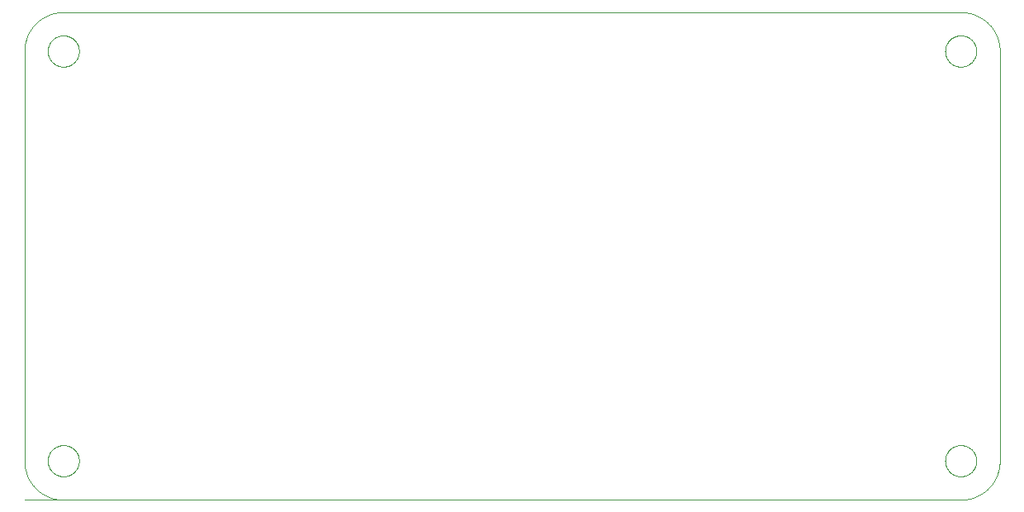
<source format=gko>
G75*
%MOIN*%
%OFA0B0*%
%FSLAX25Y25*%
%IPPOS*%
%LPD*%
%AMOC8*
5,1,8,0,0,1.08239X$1,22.5*
%
%ADD10C,0.00000*%
D10*
X0050244Y0034156D02*
X0300244Y0034156D01*
X0428197Y0034156D02*
X0065992Y0034156D01*
X0059693Y0049904D02*
X0059695Y0050062D01*
X0059701Y0050220D01*
X0059711Y0050378D01*
X0059725Y0050536D01*
X0059743Y0050693D01*
X0059764Y0050850D01*
X0059790Y0051006D01*
X0059820Y0051162D01*
X0059853Y0051317D01*
X0059891Y0051470D01*
X0059932Y0051623D01*
X0059977Y0051775D01*
X0060026Y0051926D01*
X0060079Y0052075D01*
X0060135Y0052223D01*
X0060195Y0052369D01*
X0060259Y0052514D01*
X0060327Y0052657D01*
X0060398Y0052799D01*
X0060472Y0052939D01*
X0060550Y0053076D01*
X0060632Y0053212D01*
X0060716Y0053346D01*
X0060805Y0053477D01*
X0060896Y0053606D01*
X0060991Y0053733D01*
X0061088Y0053858D01*
X0061189Y0053980D01*
X0061293Y0054099D01*
X0061400Y0054216D01*
X0061510Y0054330D01*
X0061623Y0054441D01*
X0061738Y0054550D01*
X0061856Y0054655D01*
X0061977Y0054757D01*
X0062100Y0054857D01*
X0062226Y0054953D01*
X0062354Y0055046D01*
X0062484Y0055136D01*
X0062617Y0055222D01*
X0062752Y0055306D01*
X0062888Y0055385D01*
X0063027Y0055462D01*
X0063168Y0055534D01*
X0063310Y0055604D01*
X0063454Y0055669D01*
X0063600Y0055731D01*
X0063747Y0055789D01*
X0063896Y0055844D01*
X0064046Y0055895D01*
X0064197Y0055942D01*
X0064349Y0055985D01*
X0064502Y0056024D01*
X0064657Y0056060D01*
X0064812Y0056091D01*
X0064968Y0056119D01*
X0065124Y0056143D01*
X0065281Y0056163D01*
X0065439Y0056179D01*
X0065596Y0056191D01*
X0065755Y0056199D01*
X0065913Y0056203D01*
X0066071Y0056203D01*
X0066229Y0056199D01*
X0066388Y0056191D01*
X0066545Y0056179D01*
X0066703Y0056163D01*
X0066860Y0056143D01*
X0067016Y0056119D01*
X0067172Y0056091D01*
X0067327Y0056060D01*
X0067482Y0056024D01*
X0067635Y0055985D01*
X0067787Y0055942D01*
X0067938Y0055895D01*
X0068088Y0055844D01*
X0068237Y0055789D01*
X0068384Y0055731D01*
X0068530Y0055669D01*
X0068674Y0055604D01*
X0068816Y0055534D01*
X0068957Y0055462D01*
X0069096Y0055385D01*
X0069232Y0055306D01*
X0069367Y0055222D01*
X0069500Y0055136D01*
X0069630Y0055046D01*
X0069758Y0054953D01*
X0069884Y0054857D01*
X0070007Y0054757D01*
X0070128Y0054655D01*
X0070246Y0054550D01*
X0070361Y0054441D01*
X0070474Y0054330D01*
X0070584Y0054216D01*
X0070691Y0054099D01*
X0070795Y0053980D01*
X0070896Y0053858D01*
X0070993Y0053733D01*
X0071088Y0053606D01*
X0071179Y0053477D01*
X0071268Y0053346D01*
X0071352Y0053212D01*
X0071434Y0053076D01*
X0071512Y0052939D01*
X0071586Y0052799D01*
X0071657Y0052657D01*
X0071725Y0052514D01*
X0071789Y0052369D01*
X0071849Y0052223D01*
X0071905Y0052075D01*
X0071958Y0051926D01*
X0072007Y0051775D01*
X0072052Y0051623D01*
X0072093Y0051470D01*
X0072131Y0051317D01*
X0072164Y0051162D01*
X0072194Y0051006D01*
X0072220Y0050850D01*
X0072241Y0050693D01*
X0072259Y0050536D01*
X0072273Y0050378D01*
X0072283Y0050220D01*
X0072289Y0050062D01*
X0072291Y0049904D01*
X0072289Y0049746D01*
X0072283Y0049588D01*
X0072273Y0049430D01*
X0072259Y0049272D01*
X0072241Y0049115D01*
X0072220Y0048958D01*
X0072194Y0048802D01*
X0072164Y0048646D01*
X0072131Y0048491D01*
X0072093Y0048338D01*
X0072052Y0048185D01*
X0072007Y0048033D01*
X0071958Y0047882D01*
X0071905Y0047733D01*
X0071849Y0047585D01*
X0071789Y0047439D01*
X0071725Y0047294D01*
X0071657Y0047151D01*
X0071586Y0047009D01*
X0071512Y0046869D01*
X0071434Y0046732D01*
X0071352Y0046596D01*
X0071268Y0046462D01*
X0071179Y0046331D01*
X0071088Y0046202D01*
X0070993Y0046075D01*
X0070896Y0045950D01*
X0070795Y0045828D01*
X0070691Y0045709D01*
X0070584Y0045592D01*
X0070474Y0045478D01*
X0070361Y0045367D01*
X0070246Y0045258D01*
X0070128Y0045153D01*
X0070007Y0045051D01*
X0069884Y0044951D01*
X0069758Y0044855D01*
X0069630Y0044762D01*
X0069500Y0044672D01*
X0069367Y0044586D01*
X0069232Y0044502D01*
X0069096Y0044423D01*
X0068957Y0044346D01*
X0068816Y0044274D01*
X0068674Y0044204D01*
X0068530Y0044139D01*
X0068384Y0044077D01*
X0068237Y0044019D01*
X0068088Y0043964D01*
X0067938Y0043913D01*
X0067787Y0043866D01*
X0067635Y0043823D01*
X0067482Y0043784D01*
X0067327Y0043748D01*
X0067172Y0043717D01*
X0067016Y0043689D01*
X0066860Y0043665D01*
X0066703Y0043645D01*
X0066545Y0043629D01*
X0066388Y0043617D01*
X0066229Y0043609D01*
X0066071Y0043605D01*
X0065913Y0043605D01*
X0065755Y0043609D01*
X0065596Y0043617D01*
X0065439Y0043629D01*
X0065281Y0043645D01*
X0065124Y0043665D01*
X0064968Y0043689D01*
X0064812Y0043717D01*
X0064657Y0043748D01*
X0064502Y0043784D01*
X0064349Y0043823D01*
X0064197Y0043866D01*
X0064046Y0043913D01*
X0063896Y0043964D01*
X0063747Y0044019D01*
X0063600Y0044077D01*
X0063454Y0044139D01*
X0063310Y0044204D01*
X0063168Y0044274D01*
X0063027Y0044346D01*
X0062888Y0044423D01*
X0062752Y0044502D01*
X0062617Y0044586D01*
X0062484Y0044672D01*
X0062354Y0044762D01*
X0062226Y0044855D01*
X0062100Y0044951D01*
X0061977Y0045051D01*
X0061856Y0045153D01*
X0061738Y0045258D01*
X0061623Y0045367D01*
X0061510Y0045478D01*
X0061400Y0045592D01*
X0061293Y0045709D01*
X0061189Y0045828D01*
X0061088Y0045950D01*
X0060991Y0046075D01*
X0060896Y0046202D01*
X0060805Y0046331D01*
X0060716Y0046462D01*
X0060632Y0046596D01*
X0060550Y0046732D01*
X0060472Y0046869D01*
X0060398Y0047009D01*
X0060327Y0047151D01*
X0060259Y0047294D01*
X0060195Y0047439D01*
X0060135Y0047585D01*
X0060079Y0047733D01*
X0060026Y0047882D01*
X0059977Y0048033D01*
X0059932Y0048185D01*
X0059891Y0048338D01*
X0059853Y0048491D01*
X0059820Y0048646D01*
X0059790Y0048802D01*
X0059764Y0048958D01*
X0059743Y0049115D01*
X0059725Y0049272D01*
X0059711Y0049430D01*
X0059701Y0049588D01*
X0059695Y0049746D01*
X0059693Y0049904D01*
X0050244Y0049904D02*
X0050249Y0049523D01*
X0050262Y0049143D01*
X0050285Y0048763D01*
X0050318Y0048384D01*
X0050359Y0048006D01*
X0050409Y0047629D01*
X0050469Y0047253D01*
X0050537Y0046878D01*
X0050615Y0046506D01*
X0050702Y0046135D01*
X0050797Y0045767D01*
X0050902Y0045401D01*
X0051015Y0045038D01*
X0051137Y0044677D01*
X0051267Y0044320D01*
X0051407Y0043966D01*
X0051554Y0043615D01*
X0051711Y0043268D01*
X0051875Y0042925D01*
X0052048Y0042586D01*
X0052229Y0042251D01*
X0052418Y0041920D01*
X0052615Y0041595D01*
X0052819Y0041274D01*
X0053032Y0040958D01*
X0053252Y0040648D01*
X0053479Y0040342D01*
X0053714Y0040043D01*
X0053956Y0039749D01*
X0054204Y0039461D01*
X0054460Y0039179D01*
X0054723Y0038904D01*
X0054992Y0038635D01*
X0055267Y0038372D01*
X0055549Y0038116D01*
X0055837Y0037868D01*
X0056131Y0037626D01*
X0056430Y0037391D01*
X0056736Y0037164D01*
X0057046Y0036944D01*
X0057362Y0036731D01*
X0057683Y0036527D01*
X0058008Y0036330D01*
X0058339Y0036141D01*
X0058674Y0035960D01*
X0059013Y0035787D01*
X0059356Y0035623D01*
X0059703Y0035466D01*
X0060054Y0035319D01*
X0060408Y0035179D01*
X0060765Y0035049D01*
X0061126Y0034927D01*
X0061489Y0034814D01*
X0061855Y0034709D01*
X0062223Y0034614D01*
X0062594Y0034527D01*
X0062966Y0034449D01*
X0063341Y0034381D01*
X0063717Y0034321D01*
X0064094Y0034271D01*
X0064472Y0034230D01*
X0064851Y0034197D01*
X0065231Y0034174D01*
X0065611Y0034161D01*
X0065992Y0034156D01*
X0050244Y0049904D02*
X0050244Y0215259D01*
X0059693Y0215259D02*
X0059695Y0215417D01*
X0059701Y0215575D01*
X0059711Y0215733D01*
X0059725Y0215891D01*
X0059743Y0216048D01*
X0059764Y0216205D01*
X0059790Y0216361D01*
X0059820Y0216517D01*
X0059853Y0216672D01*
X0059891Y0216825D01*
X0059932Y0216978D01*
X0059977Y0217130D01*
X0060026Y0217281D01*
X0060079Y0217430D01*
X0060135Y0217578D01*
X0060195Y0217724D01*
X0060259Y0217869D01*
X0060327Y0218012D01*
X0060398Y0218154D01*
X0060472Y0218294D01*
X0060550Y0218431D01*
X0060632Y0218567D01*
X0060716Y0218701D01*
X0060805Y0218832D01*
X0060896Y0218961D01*
X0060991Y0219088D01*
X0061088Y0219213D01*
X0061189Y0219335D01*
X0061293Y0219454D01*
X0061400Y0219571D01*
X0061510Y0219685D01*
X0061623Y0219796D01*
X0061738Y0219905D01*
X0061856Y0220010D01*
X0061977Y0220112D01*
X0062100Y0220212D01*
X0062226Y0220308D01*
X0062354Y0220401D01*
X0062484Y0220491D01*
X0062617Y0220577D01*
X0062752Y0220661D01*
X0062888Y0220740D01*
X0063027Y0220817D01*
X0063168Y0220889D01*
X0063310Y0220959D01*
X0063454Y0221024D01*
X0063600Y0221086D01*
X0063747Y0221144D01*
X0063896Y0221199D01*
X0064046Y0221250D01*
X0064197Y0221297D01*
X0064349Y0221340D01*
X0064502Y0221379D01*
X0064657Y0221415D01*
X0064812Y0221446D01*
X0064968Y0221474D01*
X0065124Y0221498D01*
X0065281Y0221518D01*
X0065439Y0221534D01*
X0065596Y0221546D01*
X0065755Y0221554D01*
X0065913Y0221558D01*
X0066071Y0221558D01*
X0066229Y0221554D01*
X0066388Y0221546D01*
X0066545Y0221534D01*
X0066703Y0221518D01*
X0066860Y0221498D01*
X0067016Y0221474D01*
X0067172Y0221446D01*
X0067327Y0221415D01*
X0067482Y0221379D01*
X0067635Y0221340D01*
X0067787Y0221297D01*
X0067938Y0221250D01*
X0068088Y0221199D01*
X0068237Y0221144D01*
X0068384Y0221086D01*
X0068530Y0221024D01*
X0068674Y0220959D01*
X0068816Y0220889D01*
X0068957Y0220817D01*
X0069096Y0220740D01*
X0069232Y0220661D01*
X0069367Y0220577D01*
X0069500Y0220491D01*
X0069630Y0220401D01*
X0069758Y0220308D01*
X0069884Y0220212D01*
X0070007Y0220112D01*
X0070128Y0220010D01*
X0070246Y0219905D01*
X0070361Y0219796D01*
X0070474Y0219685D01*
X0070584Y0219571D01*
X0070691Y0219454D01*
X0070795Y0219335D01*
X0070896Y0219213D01*
X0070993Y0219088D01*
X0071088Y0218961D01*
X0071179Y0218832D01*
X0071268Y0218701D01*
X0071352Y0218567D01*
X0071434Y0218431D01*
X0071512Y0218294D01*
X0071586Y0218154D01*
X0071657Y0218012D01*
X0071725Y0217869D01*
X0071789Y0217724D01*
X0071849Y0217578D01*
X0071905Y0217430D01*
X0071958Y0217281D01*
X0072007Y0217130D01*
X0072052Y0216978D01*
X0072093Y0216825D01*
X0072131Y0216672D01*
X0072164Y0216517D01*
X0072194Y0216361D01*
X0072220Y0216205D01*
X0072241Y0216048D01*
X0072259Y0215891D01*
X0072273Y0215733D01*
X0072283Y0215575D01*
X0072289Y0215417D01*
X0072291Y0215259D01*
X0072289Y0215101D01*
X0072283Y0214943D01*
X0072273Y0214785D01*
X0072259Y0214627D01*
X0072241Y0214470D01*
X0072220Y0214313D01*
X0072194Y0214157D01*
X0072164Y0214001D01*
X0072131Y0213846D01*
X0072093Y0213693D01*
X0072052Y0213540D01*
X0072007Y0213388D01*
X0071958Y0213237D01*
X0071905Y0213088D01*
X0071849Y0212940D01*
X0071789Y0212794D01*
X0071725Y0212649D01*
X0071657Y0212506D01*
X0071586Y0212364D01*
X0071512Y0212224D01*
X0071434Y0212087D01*
X0071352Y0211951D01*
X0071268Y0211817D01*
X0071179Y0211686D01*
X0071088Y0211557D01*
X0070993Y0211430D01*
X0070896Y0211305D01*
X0070795Y0211183D01*
X0070691Y0211064D01*
X0070584Y0210947D01*
X0070474Y0210833D01*
X0070361Y0210722D01*
X0070246Y0210613D01*
X0070128Y0210508D01*
X0070007Y0210406D01*
X0069884Y0210306D01*
X0069758Y0210210D01*
X0069630Y0210117D01*
X0069500Y0210027D01*
X0069367Y0209941D01*
X0069232Y0209857D01*
X0069096Y0209778D01*
X0068957Y0209701D01*
X0068816Y0209629D01*
X0068674Y0209559D01*
X0068530Y0209494D01*
X0068384Y0209432D01*
X0068237Y0209374D01*
X0068088Y0209319D01*
X0067938Y0209268D01*
X0067787Y0209221D01*
X0067635Y0209178D01*
X0067482Y0209139D01*
X0067327Y0209103D01*
X0067172Y0209072D01*
X0067016Y0209044D01*
X0066860Y0209020D01*
X0066703Y0209000D01*
X0066545Y0208984D01*
X0066388Y0208972D01*
X0066229Y0208964D01*
X0066071Y0208960D01*
X0065913Y0208960D01*
X0065755Y0208964D01*
X0065596Y0208972D01*
X0065439Y0208984D01*
X0065281Y0209000D01*
X0065124Y0209020D01*
X0064968Y0209044D01*
X0064812Y0209072D01*
X0064657Y0209103D01*
X0064502Y0209139D01*
X0064349Y0209178D01*
X0064197Y0209221D01*
X0064046Y0209268D01*
X0063896Y0209319D01*
X0063747Y0209374D01*
X0063600Y0209432D01*
X0063454Y0209494D01*
X0063310Y0209559D01*
X0063168Y0209629D01*
X0063027Y0209701D01*
X0062888Y0209778D01*
X0062752Y0209857D01*
X0062617Y0209941D01*
X0062484Y0210027D01*
X0062354Y0210117D01*
X0062226Y0210210D01*
X0062100Y0210306D01*
X0061977Y0210406D01*
X0061856Y0210508D01*
X0061738Y0210613D01*
X0061623Y0210722D01*
X0061510Y0210833D01*
X0061400Y0210947D01*
X0061293Y0211064D01*
X0061189Y0211183D01*
X0061088Y0211305D01*
X0060991Y0211430D01*
X0060896Y0211557D01*
X0060805Y0211686D01*
X0060716Y0211817D01*
X0060632Y0211951D01*
X0060550Y0212087D01*
X0060472Y0212224D01*
X0060398Y0212364D01*
X0060327Y0212506D01*
X0060259Y0212649D01*
X0060195Y0212794D01*
X0060135Y0212940D01*
X0060079Y0213088D01*
X0060026Y0213237D01*
X0059977Y0213388D01*
X0059932Y0213540D01*
X0059891Y0213693D01*
X0059853Y0213846D01*
X0059820Y0214001D01*
X0059790Y0214157D01*
X0059764Y0214313D01*
X0059743Y0214470D01*
X0059725Y0214627D01*
X0059711Y0214785D01*
X0059701Y0214943D01*
X0059695Y0215101D01*
X0059693Y0215259D01*
X0050244Y0215259D02*
X0050249Y0215640D01*
X0050262Y0216020D01*
X0050285Y0216400D01*
X0050318Y0216779D01*
X0050359Y0217157D01*
X0050409Y0217534D01*
X0050469Y0217910D01*
X0050537Y0218285D01*
X0050615Y0218657D01*
X0050702Y0219028D01*
X0050797Y0219396D01*
X0050902Y0219762D01*
X0051015Y0220125D01*
X0051137Y0220486D01*
X0051267Y0220843D01*
X0051407Y0221197D01*
X0051554Y0221548D01*
X0051711Y0221895D01*
X0051875Y0222238D01*
X0052048Y0222577D01*
X0052229Y0222912D01*
X0052418Y0223243D01*
X0052615Y0223568D01*
X0052819Y0223889D01*
X0053032Y0224205D01*
X0053252Y0224515D01*
X0053479Y0224821D01*
X0053714Y0225120D01*
X0053956Y0225414D01*
X0054204Y0225702D01*
X0054460Y0225984D01*
X0054723Y0226259D01*
X0054992Y0226528D01*
X0055267Y0226791D01*
X0055549Y0227047D01*
X0055837Y0227295D01*
X0056131Y0227537D01*
X0056430Y0227772D01*
X0056736Y0227999D01*
X0057046Y0228219D01*
X0057362Y0228432D01*
X0057683Y0228636D01*
X0058008Y0228833D01*
X0058339Y0229022D01*
X0058674Y0229203D01*
X0059013Y0229376D01*
X0059356Y0229540D01*
X0059703Y0229697D01*
X0060054Y0229844D01*
X0060408Y0229984D01*
X0060765Y0230114D01*
X0061126Y0230236D01*
X0061489Y0230349D01*
X0061855Y0230454D01*
X0062223Y0230549D01*
X0062594Y0230636D01*
X0062966Y0230714D01*
X0063341Y0230782D01*
X0063717Y0230842D01*
X0064094Y0230892D01*
X0064472Y0230933D01*
X0064851Y0230966D01*
X0065231Y0230989D01*
X0065611Y0231002D01*
X0065992Y0231007D01*
X0428197Y0231007D01*
X0421898Y0215259D02*
X0421900Y0215417D01*
X0421906Y0215575D01*
X0421916Y0215733D01*
X0421930Y0215891D01*
X0421948Y0216048D01*
X0421969Y0216205D01*
X0421995Y0216361D01*
X0422025Y0216517D01*
X0422058Y0216672D01*
X0422096Y0216825D01*
X0422137Y0216978D01*
X0422182Y0217130D01*
X0422231Y0217281D01*
X0422284Y0217430D01*
X0422340Y0217578D01*
X0422400Y0217724D01*
X0422464Y0217869D01*
X0422532Y0218012D01*
X0422603Y0218154D01*
X0422677Y0218294D01*
X0422755Y0218431D01*
X0422837Y0218567D01*
X0422921Y0218701D01*
X0423010Y0218832D01*
X0423101Y0218961D01*
X0423196Y0219088D01*
X0423293Y0219213D01*
X0423394Y0219335D01*
X0423498Y0219454D01*
X0423605Y0219571D01*
X0423715Y0219685D01*
X0423828Y0219796D01*
X0423943Y0219905D01*
X0424061Y0220010D01*
X0424182Y0220112D01*
X0424305Y0220212D01*
X0424431Y0220308D01*
X0424559Y0220401D01*
X0424689Y0220491D01*
X0424822Y0220577D01*
X0424957Y0220661D01*
X0425093Y0220740D01*
X0425232Y0220817D01*
X0425373Y0220889D01*
X0425515Y0220959D01*
X0425659Y0221024D01*
X0425805Y0221086D01*
X0425952Y0221144D01*
X0426101Y0221199D01*
X0426251Y0221250D01*
X0426402Y0221297D01*
X0426554Y0221340D01*
X0426707Y0221379D01*
X0426862Y0221415D01*
X0427017Y0221446D01*
X0427173Y0221474D01*
X0427329Y0221498D01*
X0427486Y0221518D01*
X0427644Y0221534D01*
X0427801Y0221546D01*
X0427960Y0221554D01*
X0428118Y0221558D01*
X0428276Y0221558D01*
X0428434Y0221554D01*
X0428593Y0221546D01*
X0428750Y0221534D01*
X0428908Y0221518D01*
X0429065Y0221498D01*
X0429221Y0221474D01*
X0429377Y0221446D01*
X0429532Y0221415D01*
X0429687Y0221379D01*
X0429840Y0221340D01*
X0429992Y0221297D01*
X0430143Y0221250D01*
X0430293Y0221199D01*
X0430442Y0221144D01*
X0430589Y0221086D01*
X0430735Y0221024D01*
X0430879Y0220959D01*
X0431021Y0220889D01*
X0431162Y0220817D01*
X0431301Y0220740D01*
X0431437Y0220661D01*
X0431572Y0220577D01*
X0431705Y0220491D01*
X0431835Y0220401D01*
X0431963Y0220308D01*
X0432089Y0220212D01*
X0432212Y0220112D01*
X0432333Y0220010D01*
X0432451Y0219905D01*
X0432566Y0219796D01*
X0432679Y0219685D01*
X0432789Y0219571D01*
X0432896Y0219454D01*
X0433000Y0219335D01*
X0433101Y0219213D01*
X0433198Y0219088D01*
X0433293Y0218961D01*
X0433384Y0218832D01*
X0433473Y0218701D01*
X0433557Y0218567D01*
X0433639Y0218431D01*
X0433717Y0218294D01*
X0433791Y0218154D01*
X0433862Y0218012D01*
X0433930Y0217869D01*
X0433994Y0217724D01*
X0434054Y0217578D01*
X0434110Y0217430D01*
X0434163Y0217281D01*
X0434212Y0217130D01*
X0434257Y0216978D01*
X0434298Y0216825D01*
X0434336Y0216672D01*
X0434369Y0216517D01*
X0434399Y0216361D01*
X0434425Y0216205D01*
X0434446Y0216048D01*
X0434464Y0215891D01*
X0434478Y0215733D01*
X0434488Y0215575D01*
X0434494Y0215417D01*
X0434496Y0215259D01*
X0434494Y0215101D01*
X0434488Y0214943D01*
X0434478Y0214785D01*
X0434464Y0214627D01*
X0434446Y0214470D01*
X0434425Y0214313D01*
X0434399Y0214157D01*
X0434369Y0214001D01*
X0434336Y0213846D01*
X0434298Y0213693D01*
X0434257Y0213540D01*
X0434212Y0213388D01*
X0434163Y0213237D01*
X0434110Y0213088D01*
X0434054Y0212940D01*
X0433994Y0212794D01*
X0433930Y0212649D01*
X0433862Y0212506D01*
X0433791Y0212364D01*
X0433717Y0212224D01*
X0433639Y0212087D01*
X0433557Y0211951D01*
X0433473Y0211817D01*
X0433384Y0211686D01*
X0433293Y0211557D01*
X0433198Y0211430D01*
X0433101Y0211305D01*
X0433000Y0211183D01*
X0432896Y0211064D01*
X0432789Y0210947D01*
X0432679Y0210833D01*
X0432566Y0210722D01*
X0432451Y0210613D01*
X0432333Y0210508D01*
X0432212Y0210406D01*
X0432089Y0210306D01*
X0431963Y0210210D01*
X0431835Y0210117D01*
X0431705Y0210027D01*
X0431572Y0209941D01*
X0431437Y0209857D01*
X0431301Y0209778D01*
X0431162Y0209701D01*
X0431021Y0209629D01*
X0430879Y0209559D01*
X0430735Y0209494D01*
X0430589Y0209432D01*
X0430442Y0209374D01*
X0430293Y0209319D01*
X0430143Y0209268D01*
X0429992Y0209221D01*
X0429840Y0209178D01*
X0429687Y0209139D01*
X0429532Y0209103D01*
X0429377Y0209072D01*
X0429221Y0209044D01*
X0429065Y0209020D01*
X0428908Y0209000D01*
X0428750Y0208984D01*
X0428593Y0208972D01*
X0428434Y0208964D01*
X0428276Y0208960D01*
X0428118Y0208960D01*
X0427960Y0208964D01*
X0427801Y0208972D01*
X0427644Y0208984D01*
X0427486Y0209000D01*
X0427329Y0209020D01*
X0427173Y0209044D01*
X0427017Y0209072D01*
X0426862Y0209103D01*
X0426707Y0209139D01*
X0426554Y0209178D01*
X0426402Y0209221D01*
X0426251Y0209268D01*
X0426101Y0209319D01*
X0425952Y0209374D01*
X0425805Y0209432D01*
X0425659Y0209494D01*
X0425515Y0209559D01*
X0425373Y0209629D01*
X0425232Y0209701D01*
X0425093Y0209778D01*
X0424957Y0209857D01*
X0424822Y0209941D01*
X0424689Y0210027D01*
X0424559Y0210117D01*
X0424431Y0210210D01*
X0424305Y0210306D01*
X0424182Y0210406D01*
X0424061Y0210508D01*
X0423943Y0210613D01*
X0423828Y0210722D01*
X0423715Y0210833D01*
X0423605Y0210947D01*
X0423498Y0211064D01*
X0423394Y0211183D01*
X0423293Y0211305D01*
X0423196Y0211430D01*
X0423101Y0211557D01*
X0423010Y0211686D01*
X0422921Y0211817D01*
X0422837Y0211951D01*
X0422755Y0212087D01*
X0422677Y0212224D01*
X0422603Y0212364D01*
X0422532Y0212506D01*
X0422464Y0212649D01*
X0422400Y0212794D01*
X0422340Y0212940D01*
X0422284Y0213088D01*
X0422231Y0213237D01*
X0422182Y0213388D01*
X0422137Y0213540D01*
X0422096Y0213693D01*
X0422058Y0213846D01*
X0422025Y0214001D01*
X0421995Y0214157D01*
X0421969Y0214313D01*
X0421948Y0214470D01*
X0421930Y0214627D01*
X0421916Y0214785D01*
X0421906Y0214943D01*
X0421900Y0215101D01*
X0421898Y0215259D01*
X0428197Y0231007D02*
X0428578Y0231002D01*
X0428958Y0230989D01*
X0429338Y0230966D01*
X0429717Y0230933D01*
X0430095Y0230892D01*
X0430472Y0230842D01*
X0430848Y0230782D01*
X0431223Y0230714D01*
X0431595Y0230636D01*
X0431966Y0230549D01*
X0432334Y0230454D01*
X0432700Y0230349D01*
X0433063Y0230236D01*
X0433424Y0230114D01*
X0433781Y0229984D01*
X0434135Y0229844D01*
X0434486Y0229697D01*
X0434833Y0229540D01*
X0435176Y0229376D01*
X0435515Y0229203D01*
X0435850Y0229022D01*
X0436181Y0228833D01*
X0436506Y0228636D01*
X0436827Y0228432D01*
X0437143Y0228219D01*
X0437453Y0227999D01*
X0437759Y0227772D01*
X0438058Y0227537D01*
X0438352Y0227295D01*
X0438640Y0227047D01*
X0438922Y0226791D01*
X0439197Y0226528D01*
X0439466Y0226259D01*
X0439729Y0225984D01*
X0439985Y0225702D01*
X0440233Y0225414D01*
X0440475Y0225120D01*
X0440710Y0224821D01*
X0440937Y0224515D01*
X0441157Y0224205D01*
X0441370Y0223889D01*
X0441574Y0223568D01*
X0441771Y0223243D01*
X0441960Y0222912D01*
X0442141Y0222577D01*
X0442314Y0222238D01*
X0442478Y0221895D01*
X0442635Y0221548D01*
X0442782Y0221197D01*
X0442922Y0220843D01*
X0443052Y0220486D01*
X0443174Y0220125D01*
X0443287Y0219762D01*
X0443392Y0219396D01*
X0443487Y0219028D01*
X0443574Y0218657D01*
X0443652Y0218285D01*
X0443720Y0217910D01*
X0443780Y0217534D01*
X0443830Y0217157D01*
X0443871Y0216779D01*
X0443904Y0216400D01*
X0443927Y0216020D01*
X0443940Y0215640D01*
X0443945Y0215259D01*
X0443945Y0049904D01*
X0421898Y0049904D02*
X0421900Y0050062D01*
X0421906Y0050220D01*
X0421916Y0050378D01*
X0421930Y0050536D01*
X0421948Y0050693D01*
X0421969Y0050850D01*
X0421995Y0051006D01*
X0422025Y0051162D01*
X0422058Y0051317D01*
X0422096Y0051470D01*
X0422137Y0051623D01*
X0422182Y0051775D01*
X0422231Y0051926D01*
X0422284Y0052075D01*
X0422340Y0052223D01*
X0422400Y0052369D01*
X0422464Y0052514D01*
X0422532Y0052657D01*
X0422603Y0052799D01*
X0422677Y0052939D01*
X0422755Y0053076D01*
X0422837Y0053212D01*
X0422921Y0053346D01*
X0423010Y0053477D01*
X0423101Y0053606D01*
X0423196Y0053733D01*
X0423293Y0053858D01*
X0423394Y0053980D01*
X0423498Y0054099D01*
X0423605Y0054216D01*
X0423715Y0054330D01*
X0423828Y0054441D01*
X0423943Y0054550D01*
X0424061Y0054655D01*
X0424182Y0054757D01*
X0424305Y0054857D01*
X0424431Y0054953D01*
X0424559Y0055046D01*
X0424689Y0055136D01*
X0424822Y0055222D01*
X0424957Y0055306D01*
X0425093Y0055385D01*
X0425232Y0055462D01*
X0425373Y0055534D01*
X0425515Y0055604D01*
X0425659Y0055669D01*
X0425805Y0055731D01*
X0425952Y0055789D01*
X0426101Y0055844D01*
X0426251Y0055895D01*
X0426402Y0055942D01*
X0426554Y0055985D01*
X0426707Y0056024D01*
X0426862Y0056060D01*
X0427017Y0056091D01*
X0427173Y0056119D01*
X0427329Y0056143D01*
X0427486Y0056163D01*
X0427644Y0056179D01*
X0427801Y0056191D01*
X0427960Y0056199D01*
X0428118Y0056203D01*
X0428276Y0056203D01*
X0428434Y0056199D01*
X0428593Y0056191D01*
X0428750Y0056179D01*
X0428908Y0056163D01*
X0429065Y0056143D01*
X0429221Y0056119D01*
X0429377Y0056091D01*
X0429532Y0056060D01*
X0429687Y0056024D01*
X0429840Y0055985D01*
X0429992Y0055942D01*
X0430143Y0055895D01*
X0430293Y0055844D01*
X0430442Y0055789D01*
X0430589Y0055731D01*
X0430735Y0055669D01*
X0430879Y0055604D01*
X0431021Y0055534D01*
X0431162Y0055462D01*
X0431301Y0055385D01*
X0431437Y0055306D01*
X0431572Y0055222D01*
X0431705Y0055136D01*
X0431835Y0055046D01*
X0431963Y0054953D01*
X0432089Y0054857D01*
X0432212Y0054757D01*
X0432333Y0054655D01*
X0432451Y0054550D01*
X0432566Y0054441D01*
X0432679Y0054330D01*
X0432789Y0054216D01*
X0432896Y0054099D01*
X0433000Y0053980D01*
X0433101Y0053858D01*
X0433198Y0053733D01*
X0433293Y0053606D01*
X0433384Y0053477D01*
X0433473Y0053346D01*
X0433557Y0053212D01*
X0433639Y0053076D01*
X0433717Y0052939D01*
X0433791Y0052799D01*
X0433862Y0052657D01*
X0433930Y0052514D01*
X0433994Y0052369D01*
X0434054Y0052223D01*
X0434110Y0052075D01*
X0434163Y0051926D01*
X0434212Y0051775D01*
X0434257Y0051623D01*
X0434298Y0051470D01*
X0434336Y0051317D01*
X0434369Y0051162D01*
X0434399Y0051006D01*
X0434425Y0050850D01*
X0434446Y0050693D01*
X0434464Y0050536D01*
X0434478Y0050378D01*
X0434488Y0050220D01*
X0434494Y0050062D01*
X0434496Y0049904D01*
X0434494Y0049746D01*
X0434488Y0049588D01*
X0434478Y0049430D01*
X0434464Y0049272D01*
X0434446Y0049115D01*
X0434425Y0048958D01*
X0434399Y0048802D01*
X0434369Y0048646D01*
X0434336Y0048491D01*
X0434298Y0048338D01*
X0434257Y0048185D01*
X0434212Y0048033D01*
X0434163Y0047882D01*
X0434110Y0047733D01*
X0434054Y0047585D01*
X0433994Y0047439D01*
X0433930Y0047294D01*
X0433862Y0047151D01*
X0433791Y0047009D01*
X0433717Y0046869D01*
X0433639Y0046732D01*
X0433557Y0046596D01*
X0433473Y0046462D01*
X0433384Y0046331D01*
X0433293Y0046202D01*
X0433198Y0046075D01*
X0433101Y0045950D01*
X0433000Y0045828D01*
X0432896Y0045709D01*
X0432789Y0045592D01*
X0432679Y0045478D01*
X0432566Y0045367D01*
X0432451Y0045258D01*
X0432333Y0045153D01*
X0432212Y0045051D01*
X0432089Y0044951D01*
X0431963Y0044855D01*
X0431835Y0044762D01*
X0431705Y0044672D01*
X0431572Y0044586D01*
X0431437Y0044502D01*
X0431301Y0044423D01*
X0431162Y0044346D01*
X0431021Y0044274D01*
X0430879Y0044204D01*
X0430735Y0044139D01*
X0430589Y0044077D01*
X0430442Y0044019D01*
X0430293Y0043964D01*
X0430143Y0043913D01*
X0429992Y0043866D01*
X0429840Y0043823D01*
X0429687Y0043784D01*
X0429532Y0043748D01*
X0429377Y0043717D01*
X0429221Y0043689D01*
X0429065Y0043665D01*
X0428908Y0043645D01*
X0428750Y0043629D01*
X0428593Y0043617D01*
X0428434Y0043609D01*
X0428276Y0043605D01*
X0428118Y0043605D01*
X0427960Y0043609D01*
X0427801Y0043617D01*
X0427644Y0043629D01*
X0427486Y0043645D01*
X0427329Y0043665D01*
X0427173Y0043689D01*
X0427017Y0043717D01*
X0426862Y0043748D01*
X0426707Y0043784D01*
X0426554Y0043823D01*
X0426402Y0043866D01*
X0426251Y0043913D01*
X0426101Y0043964D01*
X0425952Y0044019D01*
X0425805Y0044077D01*
X0425659Y0044139D01*
X0425515Y0044204D01*
X0425373Y0044274D01*
X0425232Y0044346D01*
X0425093Y0044423D01*
X0424957Y0044502D01*
X0424822Y0044586D01*
X0424689Y0044672D01*
X0424559Y0044762D01*
X0424431Y0044855D01*
X0424305Y0044951D01*
X0424182Y0045051D01*
X0424061Y0045153D01*
X0423943Y0045258D01*
X0423828Y0045367D01*
X0423715Y0045478D01*
X0423605Y0045592D01*
X0423498Y0045709D01*
X0423394Y0045828D01*
X0423293Y0045950D01*
X0423196Y0046075D01*
X0423101Y0046202D01*
X0423010Y0046331D01*
X0422921Y0046462D01*
X0422837Y0046596D01*
X0422755Y0046732D01*
X0422677Y0046869D01*
X0422603Y0047009D01*
X0422532Y0047151D01*
X0422464Y0047294D01*
X0422400Y0047439D01*
X0422340Y0047585D01*
X0422284Y0047733D01*
X0422231Y0047882D01*
X0422182Y0048033D01*
X0422137Y0048185D01*
X0422096Y0048338D01*
X0422058Y0048491D01*
X0422025Y0048646D01*
X0421995Y0048802D01*
X0421969Y0048958D01*
X0421948Y0049115D01*
X0421930Y0049272D01*
X0421916Y0049430D01*
X0421906Y0049588D01*
X0421900Y0049746D01*
X0421898Y0049904D01*
X0428197Y0034156D02*
X0428578Y0034161D01*
X0428958Y0034174D01*
X0429338Y0034197D01*
X0429717Y0034230D01*
X0430095Y0034271D01*
X0430472Y0034321D01*
X0430848Y0034381D01*
X0431223Y0034449D01*
X0431595Y0034527D01*
X0431966Y0034614D01*
X0432334Y0034709D01*
X0432700Y0034814D01*
X0433063Y0034927D01*
X0433424Y0035049D01*
X0433781Y0035179D01*
X0434135Y0035319D01*
X0434486Y0035466D01*
X0434833Y0035623D01*
X0435176Y0035787D01*
X0435515Y0035960D01*
X0435850Y0036141D01*
X0436181Y0036330D01*
X0436506Y0036527D01*
X0436827Y0036731D01*
X0437143Y0036944D01*
X0437453Y0037164D01*
X0437759Y0037391D01*
X0438058Y0037626D01*
X0438352Y0037868D01*
X0438640Y0038116D01*
X0438922Y0038372D01*
X0439197Y0038635D01*
X0439466Y0038904D01*
X0439729Y0039179D01*
X0439985Y0039461D01*
X0440233Y0039749D01*
X0440475Y0040043D01*
X0440710Y0040342D01*
X0440937Y0040648D01*
X0441157Y0040958D01*
X0441370Y0041274D01*
X0441574Y0041595D01*
X0441771Y0041920D01*
X0441960Y0042251D01*
X0442141Y0042586D01*
X0442314Y0042925D01*
X0442478Y0043268D01*
X0442635Y0043615D01*
X0442782Y0043966D01*
X0442922Y0044320D01*
X0443052Y0044677D01*
X0443174Y0045038D01*
X0443287Y0045401D01*
X0443392Y0045767D01*
X0443487Y0046135D01*
X0443574Y0046506D01*
X0443652Y0046878D01*
X0443720Y0047253D01*
X0443780Y0047629D01*
X0443830Y0048006D01*
X0443871Y0048384D01*
X0443904Y0048763D01*
X0443927Y0049143D01*
X0443940Y0049523D01*
X0443945Y0049904D01*
M02*

</source>
